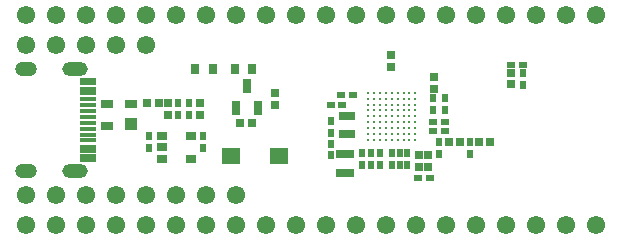
<source format=gts>
G04*
G04 #@! TF.GenerationSoftware,Altium Limited,Altium Designer,22.8.2 (66)*
G04*
G04 Layer_Color=8388736*
%FSLAX44Y44*%
%MOMM*%
G71*
G04*
G04 #@! TF.SameCoordinates,5B037859-B446-4BB1-8760-713DD72627CB*
G04*
G04*
G04 #@! TF.FilePolarity,Negative*
G04*
G01*
G75*
%ADD32R,1.3508X0.3508*%
%ADD33R,1.0508X0.6508*%
%ADD34R,1.0508X1.0508*%
%ADD35R,1.6316X1.4616*%
%ADD36R,0.7508X0.9508*%
%ADD37R,0.6508X1.2508*%
%ADD38R,1.5008X0.6508*%
%ADD39R,0.5508X0.6508*%
%ADD40R,0.6508X0.5508*%
%ADD41R,0.6508X0.6508*%
%ADD42R,0.6508X0.7508*%
%ADD43R,0.6508X0.6508*%
%ADD44C,0.2800*%
%ADD45R,0.9508X0.7008*%
%ADD46R,1.4508X0.7508*%
%ADD47R,0.7008X0.8008*%
%ADD48R,0.7508X0.6508*%
%ADD49C,0.1508*%
%ADD50O,1.8508X1.2508*%
%ADD51O,2.1508X1.2508*%
%ADD52C,1.5508*%
G54D32*
X51886Y123154D02*
D03*
Y120154D02*
D03*
Y115154D02*
D03*
Y112154D02*
D03*
X51896Y106655D02*
D03*
X51886Y101653D02*
D03*
Y96655D02*
D03*
Y91653D02*
D03*
Y86655D02*
D03*
Y81653D02*
D03*
X51896Y76657D02*
D03*
X51886Y71653D02*
D03*
X51888Y66154D02*
D03*
Y63154D02*
D03*
X51886Y58154D02*
D03*
Y55154D02*
D03*
G54D33*
X88232Y102972D02*
D03*
X68232D02*
D03*
Y83972D02*
D03*
G54D34*
X88232Y85972D02*
D03*
G54D35*
X213645Y58674D02*
D03*
X172943D02*
D03*
G54D36*
X191396Y132080D02*
D03*
X176396D02*
D03*
X142614Y132588D02*
D03*
X157614D02*
D03*
G54D37*
X186944Y117458D02*
D03*
X196444Y99458D02*
D03*
X177444D02*
D03*
G54D38*
X270004Y44016D02*
D03*
Y60016D02*
D03*
G54D39*
X128363Y93124D02*
D03*
Y103124D02*
D03*
X137337D02*
D03*
Y93124D02*
D03*
X104140Y65438D02*
D03*
Y75438D02*
D03*
X149606D02*
D03*
Y65438D02*
D03*
X375192Y70120D02*
D03*
Y60120D02*
D03*
X420522Y129024D02*
D03*
Y119024D02*
D03*
X291848Y60826D02*
D03*
Y50826D02*
D03*
X344600Y107500D02*
D03*
Y97500D02*
D03*
X354600Y107500D02*
D03*
Y97500D02*
D03*
X284482Y60826D02*
D03*
Y50826D02*
D03*
X257556Y69088D02*
D03*
Y59088D02*
D03*
X309660Y51016D02*
D03*
Y61016D02*
D03*
X316264D02*
D03*
Y51016D02*
D03*
X299246D02*
D03*
Y61016D02*
D03*
X322614Y61016D02*
D03*
Y51016D02*
D03*
X257558Y87750D02*
D03*
Y77750D02*
D03*
X349284Y60120D02*
D03*
Y70120D02*
D03*
G54D40*
X420696Y135708D02*
D03*
X410696D02*
D03*
X354600Y87500D02*
D03*
X344600D02*
D03*
Y80000D02*
D03*
X354600D02*
D03*
X331552Y40078D02*
D03*
X341552D02*
D03*
X267558Y101546D02*
D03*
X257558D02*
D03*
X266274Y109928D02*
D03*
X276274D02*
D03*
G54D41*
X111934Y103124D02*
D03*
X101934D02*
D03*
X190928Y86614D02*
D03*
X180928D02*
D03*
G54D42*
X410616Y128524D02*
D03*
Y119524D02*
D03*
G54D43*
X146812Y93124D02*
D03*
Y103124D02*
D03*
X344680Y125516D02*
D03*
Y115516D02*
D03*
X210058Y111934D02*
D03*
Y101934D02*
D03*
X119888Y93124D02*
D03*
Y103124D02*
D03*
X308864Y144192D02*
D03*
Y134192D02*
D03*
G54D44*
X329320Y112059D02*
D03*
Y107059D02*
D03*
Y102059D02*
D03*
Y97059D02*
D03*
Y92059D02*
D03*
Y87059D02*
D03*
Y82059D02*
D03*
Y77059D02*
D03*
Y72059D02*
D03*
X324320Y112059D02*
D03*
Y107059D02*
D03*
Y102059D02*
D03*
Y97059D02*
D03*
Y92059D02*
D03*
Y87059D02*
D03*
Y82059D02*
D03*
Y77059D02*
D03*
Y72059D02*
D03*
X319320Y112059D02*
D03*
Y107059D02*
D03*
Y102059D02*
D03*
Y97059D02*
D03*
Y92059D02*
D03*
Y87059D02*
D03*
Y82059D02*
D03*
Y77059D02*
D03*
Y72059D02*
D03*
X314320Y112059D02*
D03*
Y107059D02*
D03*
Y102059D02*
D03*
Y97059D02*
D03*
Y92059D02*
D03*
Y87059D02*
D03*
Y82059D02*
D03*
Y77059D02*
D03*
Y72059D02*
D03*
X309320Y112059D02*
D03*
Y107059D02*
D03*
Y102059D02*
D03*
Y97059D02*
D03*
Y92059D02*
D03*
Y87059D02*
D03*
Y82059D02*
D03*
Y77059D02*
D03*
Y72059D02*
D03*
X304320Y112059D02*
D03*
Y107059D02*
D03*
Y102059D02*
D03*
Y97059D02*
D03*
Y92059D02*
D03*
Y87059D02*
D03*
Y82059D02*
D03*
Y77059D02*
D03*
Y72059D02*
D03*
X299320Y112059D02*
D03*
Y107059D02*
D03*
Y102059D02*
D03*
Y97059D02*
D03*
Y92059D02*
D03*
Y87059D02*
D03*
Y82059D02*
D03*
Y77059D02*
D03*
Y72059D02*
D03*
X294320Y112059D02*
D03*
Y107059D02*
D03*
Y102059D02*
D03*
Y97059D02*
D03*
Y92059D02*
D03*
Y87059D02*
D03*
Y82059D02*
D03*
Y77059D02*
D03*
Y72059D02*
D03*
X289320Y112059D02*
D03*
Y107059D02*
D03*
Y102059D02*
D03*
Y97059D02*
D03*
Y92059D02*
D03*
Y87059D02*
D03*
Y82059D02*
D03*
Y77059D02*
D03*
Y72059D02*
D03*
G54D45*
X115000Y75286D02*
D03*
Y65786D02*
D03*
Y56286D02*
D03*
X139000D02*
D03*
Y75286D02*
D03*
G54D46*
X271306Y77432D02*
D03*
Y92432D02*
D03*
G54D47*
X340302Y49052D02*
D03*
Y59552D02*
D03*
X332802D02*
D03*
Y49052D02*
D03*
G54D48*
X357738Y70454D02*
D03*
X366738D02*
D03*
X383552Y70535D02*
D03*
X392552D02*
D03*
G54D49*
X35912Y60254D02*
D03*
Y118054D02*
D03*
G54D50*
X-588Y132354D02*
D03*
Y45954D02*
D03*
G54D51*
X41213D02*
D03*
Y132354D02*
D03*
G54D52*
X0Y25400D02*
D03*
X25400D02*
D03*
X50800D02*
D03*
X76200D02*
D03*
X177800D02*
D03*
X152400D02*
D03*
X127000D02*
D03*
X101600D02*
D03*
X0Y0D02*
D03*
X152400D02*
D03*
X177800D02*
D03*
X203200D02*
D03*
X228600D02*
D03*
X127000D02*
D03*
X101600D02*
D03*
X76200D02*
D03*
X50800D02*
D03*
X25400D02*
D03*
X254000D02*
D03*
X406400D02*
D03*
X431800D02*
D03*
X457200D02*
D03*
X482600D02*
D03*
X381000D02*
D03*
X355600D02*
D03*
X330200D02*
D03*
X304800D02*
D03*
X279400D02*
D03*
X254000Y177800D02*
D03*
X406400D02*
D03*
X431800D02*
D03*
X457200D02*
D03*
X482600D02*
D03*
X381000D02*
D03*
X355600D02*
D03*
X330200D02*
D03*
X304800D02*
D03*
X279400D02*
D03*
X0D02*
D03*
X152400D02*
D03*
X177800D02*
D03*
X203200D02*
D03*
X228600D02*
D03*
X127000D02*
D03*
X101600D02*
D03*
X76200D02*
D03*
X50800D02*
D03*
X25400D02*
D03*
Y152400D02*
D03*
X50800D02*
D03*
X76200D02*
D03*
X101600D02*
D03*
X0D02*
D03*
M02*

</source>
